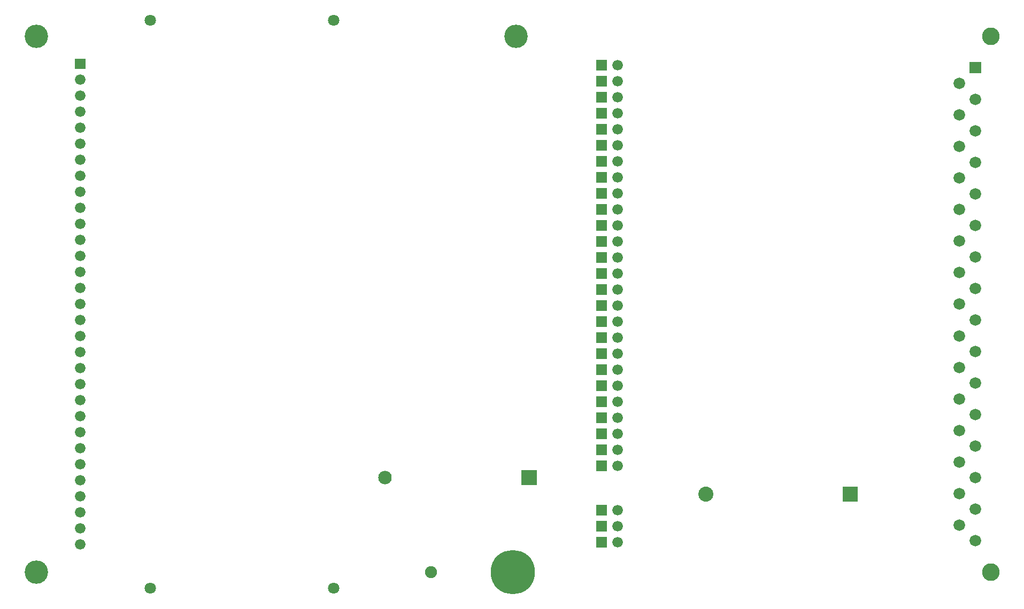
<source format=gts>
G04 start of page 7 for group -4063 idx -4063 *
G04 Title: 01.003.01.01.01.pcb, componentmask *
G04 Creator: pcb 4.2.1 *
G04 CreationDate: Sun Dec 13 18:31:50 2020 UTC *
G04 For: bert *
G04 Format: Gerber/RS-274X *
G04 PCB-Dimensions (mil): 7086.61 4724.41 *
G04 PCB-Coordinate-Origin: lower left *
%MOIN*%
%FSLAX25Y25*%
%LNGTS*%
%ADD61C,0.1100*%
%ADD60C,0.0720*%
%ADD59C,0.0660*%
%ADD58C,0.0840*%
%ADD57C,0.0940*%
%ADD56C,0.0001*%
%ADD55C,0.0750*%
%ADD54C,0.2760*%
%ADD53C,0.0710*%
%ADD52C,0.1460*%
G54D52*X37402Y88583D03*
G54D53*X108661Y78740D03*
X222835D03*
G54D54*X334646Y88583D03*
G54D55*X283465D03*
G54D56*G36*
X386700Y218241D02*Y211641D01*
X393300D01*
Y218241D01*
X386700D01*
G37*
G36*
Y198241D02*Y191641D01*
X393300D01*
Y198241D01*
X386700D01*
G37*
G36*
Y208241D02*Y201641D01*
X393300D01*
Y208241D01*
X386700D01*
G37*
G36*
X340044Y152338D02*Y142938D01*
X349444D01*
Y152338D01*
X340044D01*
G37*
G36*
X540300Y142141D02*Y132741D01*
X549700D01*
Y142141D01*
X540300D01*
G37*
G54D57*X455000Y137441D03*
G54D58*X254744Y147638D03*
G54D56*G36*
X386700Y120741D02*Y114141D01*
X393300D01*
Y120741D01*
X386700D01*
G37*
G36*
Y130741D02*Y124141D01*
X393300D01*
Y130741D01*
X386700D01*
G37*
G36*
Y110741D02*Y104141D01*
X393300D01*
Y110741D01*
X386700D01*
G37*
G36*
Y178241D02*Y171641D01*
X393300D01*
Y178241D01*
X386700D01*
G37*
G36*
Y158241D02*Y151641D01*
X393300D01*
Y158241D01*
X386700D01*
G37*
G36*
Y188241D02*Y181641D01*
X393300D01*
Y188241D01*
X386700D01*
G37*
G36*
Y168241D02*Y161641D01*
X393300D01*
Y168241D01*
X386700D01*
G37*
G36*
Y278241D02*Y271641D01*
X393300D01*
Y278241D01*
X386700D01*
G37*
G36*
Y258241D02*Y251641D01*
X393300D01*
Y258241D01*
X386700D01*
G37*
G36*
Y238241D02*Y231641D01*
X393300D01*
Y238241D01*
X386700D01*
G37*
G36*
Y268241D02*Y261641D01*
X393300D01*
Y268241D01*
X386700D01*
G37*
G36*
Y248241D02*Y241641D01*
X393300D01*
Y248241D01*
X386700D01*
G37*
G36*
Y228241D02*Y221641D01*
X393300D01*
Y228241D01*
X386700D01*
G37*
G54D59*X400000Y274941D03*
Y254941D03*
Y234941D03*
Y264941D03*
Y244941D03*
Y224941D03*
Y154941D03*
Y117441D03*
Y164941D03*
Y127441D03*
Y107441D03*
G54D56*G36*
X386700Y288241D02*Y281641D01*
X393300D01*
Y288241D01*
X386700D01*
G37*
G54D59*X400000Y284941D03*
Y214941D03*
Y194941D03*
Y174941D03*
Y204941D03*
Y184941D03*
X64961Y275906D03*
Y265906D03*
Y255906D03*
Y245906D03*
Y235906D03*
Y225906D03*
Y215906D03*
Y205906D03*
Y195906D03*
Y185906D03*
Y175906D03*
Y165906D03*
Y155906D03*
Y145906D03*
Y135906D03*
Y125906D03*
Y115906D03*
Y105906D03*
G54D52*X37402Y423228D03*
G54D53*X108661Y433071D03*
G54D56*G36*
X61661Y409206D02*Y402606D01*
X68261D01*
Y409206D01*
X61661D01*
G37*
G54D59*X64961Y395906D03*
Y385906D03*
G54D52*X336615Y423228D03*
G54D53*X222835Y433071D03*
G54D59*X64961Y375906D03*
Y365906D03*
Y355906D03*
Y345906D03*
Y335906D03*
Y325906D03*
Y315906D03*
Y305906D03*
Y295906D03*
Y285906D03*
G54D56*G36*
X386700Y398241D02*Y391641D01*
X393300D01*
Y398241D01*
X386700D01*
G37*
G54D59*X400000Y394941D03*
G54D56*G36*
X386700Y408241D02*Y401641D01*
X393300D01*
Y408241D01*
X386700D01*
G37*
G54D59*X400000Y404941D03*
G54D56*G36*
X386700Y338241D02*Y331641D01*
X393300D01*
Y338241D01*
X386700D01*
G37*
G36*
Y318241D02*Y311641D01*
X393300D01*
Y318241D01*
X386700D01*
G37*
G36*
Y298241D02*Y291641D01*
X393300D01*
Y298241D01*
X386700D01*
G37*
G36*
Y348241D02*Y341641D01*
X393300D01*
Y348241D01*
X386700D01*
G37*
G36*
Y328241D02*Y321641D01*
X393300D01*
Y328241D01*
X386700D01*
G37*
G36*
Y308241D02*Y301641D01*
X393300D01*
Y308241D01*
X386700D01*
G37*
G54D59*X400000Y334941D03*
Y314941D03*
Y294941D03*
Y344941D03*
Y324941D03*
Y304941D03*
G54D56*G36*
X386700Y378241D02*Y371641D01*
X393300D01*
Y378241D01*
X386700D01*
G37*
G54D59*X400000Y374941D03*
G54D56*G36*
X386700Y358241D02*Y351641D01*
X393300D01*
Y358241D01*
X386700D01*
G37*
G54D59*X400000Y354941D03*
G54D56*G36*
X386700Y368241D02*Y361641D01*
X393300D01*
Y368241D01*
X386700D01*
G37*
G54D59*X400000Y364941D03*
G54D56*G36*
X386700Y388241D02*Y381641D01*
X393300D01*
Y388241D01*
X386700D01*
G37*
G54D59*X400000Y384941D03*
G54D56*G36*
X619233Y407144D02*Y399944D01*
X626433D01*
Y407144D01*
X619233D01*
G37*
G54D60*X612991Y393702D03*
X622833Y383859D03*
X612991Y374017D03*
Y354331D03*
Y334646D03*
X622833Y364174D03*
Y344489D03*
Y324804D03*
G54D61*X632676Y423229D03*
G54D60*X612991Y314961D03*
Y295276D03*
Y275591D03*
Y255907D03*
Y236222D03*
X622833Y305119D03*
Y285434D03*
Y265749D03*
Y246064D03*
Y226379D03*
X612991Y216537D03*
X622833Y206694D03*
Y187009D03*
Y167324D03*
X612991Y196851D03*
Y177166D03*
Y157481D03*
Y137796D03*
Y118111D03*
X622833Y147639D03*
Y127954D03*
Y108269D03*
G54D61*X632676Y88583D03*
M02*

</source>
